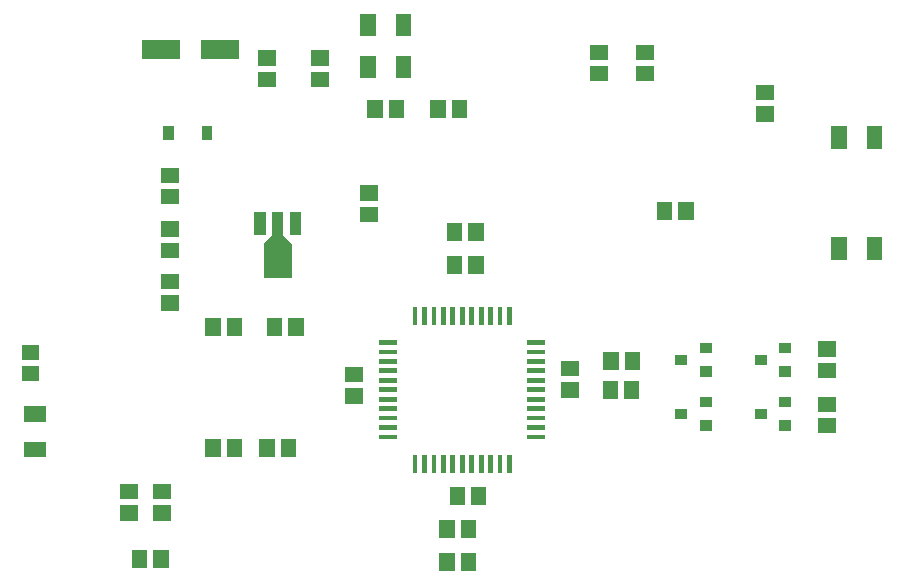
<source format=gbr>
G04 start of page 9 for group -4015 idx -4015 *
G04 Title: (unknown), toppaste *
G04 Creator: pcb 20110918 *
G04 CreationDate: Thu 28 Mar 2013 10:59:42 PM GMT UTC *
G04 For: railfan *
G04 Format: Gerber/RS-274X *
G04 PCB-Dimensions: 300000 200000 *
G04 PCB-Coordinate-Origin: lower left *
%MOIN*%
%FSLAX25Y25*%
%LNTOPPASTE*%
%ADD95C,0.0001*%
%ADD94R,0.0945X0.0945*%
%ADD93R,0.0378X0.0378*%
%ADD92R,0.0340X0.0340*%
%ADD91R,0.0360X0.0360*%
%ADD90R,0.0630X0.0630*%
%ADD89R,0.0157X0.0157*%
%ADD88R,0.0512X0.0512*%
G54D88*X121595Y176181D02*Y173819D01*
X133405Y176181D02*Y173819D01*
X151414Y32393D02*Y31607D01*
X158500Y32393D02*Y31607D01*
X155000Y21393D02*Y20607D01*
X147914Y21393D02*Y20607D01*
G54D89*X137252Y45028D02*Y40602D01*
X140401Y45028D02*Y40602D01*
X143551Y45028D02*Y40602D01*
X146700Y45028D02*Y40602D01*
X149850Y45028D02*Y40602D01*
X153000Y45028D02*Y40602D01*
X156149Y45028D02*Y40602D01*
X159299Y45028D02*Y40602D01*
X162448Y45028D02*Y40602D01*
X165598Y45028D02*Y40602D01*
X168748Y45028D02*Y40602D01*
X175472Y51752D02*X179898D01*
X175472Y54901D02*X179898D01*
X175472Y58051D02*X179898D01*
X175472Y61200D02*X179898D01*
X175472Y64350D02*X179898D01*
X175472Y67500D02*X179898D01*
X175472Y70649D02*X179898D01*
X175472Y73799D02*X179898D01*
X175472Y76948D02*X179898D01*
X175472Y80098D02*X179898D01*
X175472Y83248D02*X179898D01*
X168748Y94398D02*Y89972D01*
X165599Y94398D02*Y89972D01*
X162449Y94398D02*Y89972D01*
X159300Y94398D02*Y89972D01*
X156150Y94398D02*Y89972D01*
X153000Y94398D02*Y89972D01*
X149851Y94398D02*Y89972D01*
X146701Y94398D02*Y89972D01*
X143552Y94398D02*Y89972D01*
X140402Y94398D02*Y89972D01*
X137252Y94398D02*Y89972D01*
X126102Y83248D02*X130528D01*
X126102Y80099D02*X130528D01*
X126102Y76949D02*X130528D01*
X126102Y73800D02*X130528D01*
X126102Y70650D02*X130528D01*
X126102Y67500D02*X130528D01*
X126102Y64351D02*X130528D01*
X126102Y61201D02*X130528D01*
X126102Y58052D02*X130528D01*
X126102Y54902D02*X130528D01*
X126102Y51752D02*X130528D01*
G54D88*X105107Y170957D02*X105893D01*
X105107Y178043D02*X105893D01*
X157586Y120393D02*Y119607D01*
X150500Y120393D02*Y119607D01*
X116607Y72500D02*X117393D01*
X116607Y65414D02*X117393D01*
X155043Y10393D02*Y9607D01*
X147957Y10393D02*Y9607D01*
X227543Y127393D02*Y126607D01*
X220457Y127393D02*Y126607D01*
G54D90*X69193Y181000D02*X75492D01*
X49508D02*X55807D01*
G54D88*X55107Y96414D02*X55893D01*
X55107Y103500D02*X55893D01*
X253607Y159457D02*X254393D01*
X253607Y166543D02*X254393D01*
X95043Y48393D02*Y47607D01*
X87957Y48393D02*Y47607D01*
G54D91*X67900Y153600D02*Y152400D01*
X55000Y153600D02*Y152400D01*
G54D92*X233900Y55600D02*X234500D01*
X233900Y63400D02*X234500D01*
X225700Y59500D02*X226300D01*
G54D88*X90457Y88893D02*Y88107D01*
X97543Y88893D02*Y88107D01*
X121607Y126000D02*X122393D01*
X121607Y133086D02*X122393D01*
X152043Y161393D02*Y160607D01*
X144957Y161393D02*Y160607D01*
X8650Y80000D02*X9436D01*
X8650Y72914D02*X9436D01*
G54D93*X97406Y124905D02*Y120811D01*
X91500Y124905D02*Y113095D01*
G54D94*Y111361D02*Y109471D01*
G54D95*G36*
X93385Y118926D02*X96225Y116086D01*
X94805Y114666D01*
X91965Y117506D01*
X93385Y118926D01*
G37*
G36*
X86775Y116086D02*X89615Y118926D01*
X91035Y117506D01*
X88195Y114666D01*
X86775Y116086D01*
G37*
G54D93*X85594Y124905D02*Y120811D01*
G54D88*X213607Y172914D02*X214393D01*
X213607Y180000D02*X214393D01*
X198107Y172914D02*X198893D01*
X198107Y180000D02*X198893D01*
X188607Y67457D02*X189393D01*
X188607Y74543D02*X189393D01*
X290405Y152681D02*Y150319D01*
X278595Y152681D02*Y150319D01*
X87607Y170957D02*X88393D01*
X87607Y178043D02*X88393D01*
X77043Y88893D02*Y88107D01*
X69957Y88893D02*Y88107D01*
X9319Y47638D02*X11681D01*
X9319Y59448D02*X11681D01*
X77043Y48393D02*Y47607D01*
X69957Y48393D02*Y47607D01*
X290405Y115681D02*Y113319D01*
X278595Y115681D02*Y113319D01*
X55107Y114000D02*X55893D01*
X55107Y121086D02*X55893D01*
X52607Y26457D02*X53393D01*
X52607Y33543D02*X53393D01*
X45457Y11350D02*Y10564D01*
X52543Y11350D02*Y10564D01*
X55107Y139000D02*X55893D01*
X55107Y131914D02*X55893D01*
X41607Y26457D02*X42393D01*
X41607Y33543D02*X42393D01*
X131043Y161393D02*Y160607D01*
X123957Y161393D02*Y160607D01*
X157586Y109393D02*Y108607D01*
X150500Y109393D02*Y108607D01*
G54D92*X260400Y73600D02*X261000D01*
X260400Y81400D02*X261000D01*
X252200Y77500D02*X252800D01*
G54D88*X202414Y67893D02*Y67107D01*
X209500Y67893D02*Y67107D01*
G54D92*X260400Y55600D02*X261000D01*
X260400Y63400D02*X261000D01*
X252200Y59500D02*X252800D01*
G54D88*X274107Y81086D02*X274893D01*
X274107Y74000D02*X274893D01*
X274107Y62586D02*X274893D01*
X274107Y55500D02*X274893D01*
G54D92*X233900Y73600D02*X234500D01*
X233900Y81400D02*X234500D01*
X225700Y77500D02*X226300D01*
G54D88*X202601Y77575D02*Y76789D01*
X209687Y77575D02*Y76789D01*
X121595Y190181D02*Y187819D01*
X133405Y190181D02*Y187819D01*
M02*

</source>
